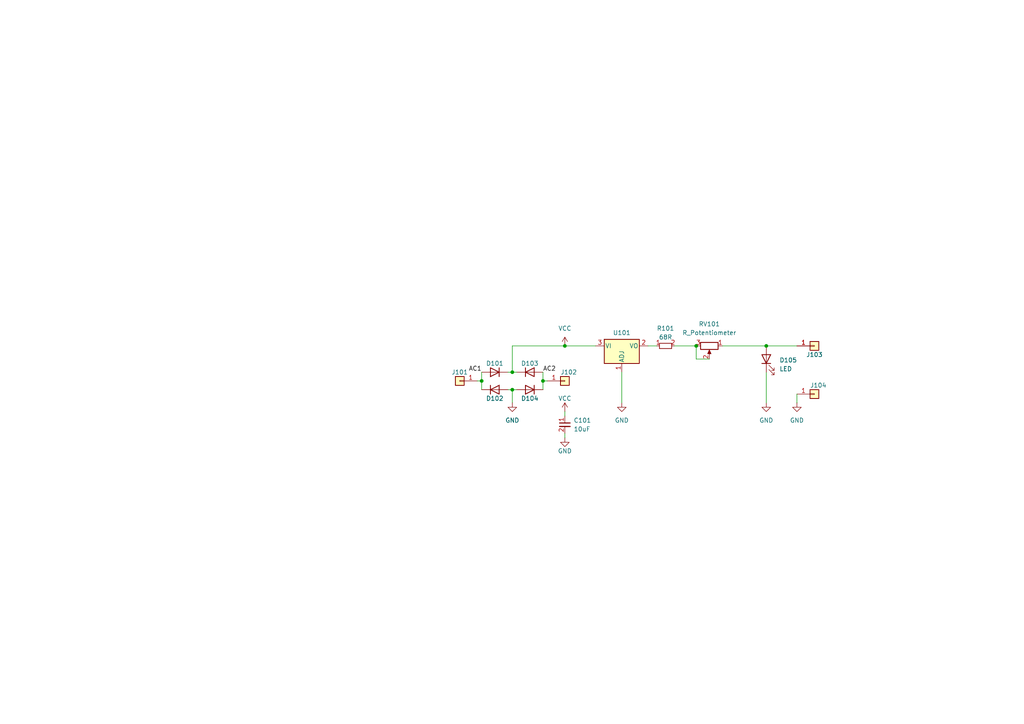
<source format=kicad_sch>
(kicad_sch (version 20231120) (generator "eeschema") (generator_version "8.0")
  (paper "A4")
  (lib_symbols
    (symbol "Connector_Generic:Conn_01x01" (pin_names (offset 1.016) hide)
      (property "Reference" "J" (at 0 2.54 0))
      (property "Value" "Conn_01x01" (at 0 -2.54 0))
      (symbol "Conn_01x01_1_1"
        (rectangle (start -1.27 0.127) (end 0 -0.127) (stroke (width 0.1524)))
        (rectangle (start -1.27 1.27) (end 1.27 -1.27) (stroke (width 0.254)) (fill (type background)))
        (pin passive line (at -5.08 0 0) (length 3.81) (name "Pin_1") (number "1"))
      )
    )
    (symbol "Device:LED" (pin_numbers hide) (pin_names (offset 1.016) hide)
      (property "Reference" "D" (at 0 2.54 0))
      (property "Value" "LED" (at 0 -2.54 0))
      (symbol "LED_0_1"
        (polyline (pts (xy -1.27 -1.27) (xy -1.27 1.27)) (stroke (width 0.254)))
        (polyline (pts (xy -1.27 0) (xy 1.27 0)))
        (polyline (pts (xy 1.27 -1.27) (xy 1.27 1.27) (xy -1.27 0) (xy 1.27 -1.27)) (stroke (width 0.254)))
        (polyline (pts (xy -3.048 -0.762) (xy -4.572 -2.286) (xy -3.81 -2.286) (xy -4.572 -2.286) (xy -4.572 -1.524)))
        (polyline (pts (xy -1.778 -0.762) (xy -3.302 -2.286) (xy -2.54 -2.286) (xy -3.302 -2.286) (xy -3.302 -1.524)))
      )
      (symbol "LED_1_1"
        (pin passive line (at -3.81 0 0) (length 2.54) (name "K") (number "1"))
        (pin passive line (at 3.81 0 180) (length 2.54) (name "A") (number "2"))
      )
    )
    (symbol "Device:R_Potentiometer" (pin_names (offset 1.016) hide)
      (property "Reference" "RV" (at -4.445 0 90))
      (property "Value" "R_Potentiometer" (at -2.54 0 90))
      (symbol "R_Potentiometer_0_1"
        (polyline (pts (xy 2.54 0) (xy 1.524 0)))
        (polyline (pts (xy 1.143 0) (xy 2.286 0.508) (xy 2.286 -0.508) (xy 1.143 0)) (fill (type outline)))
        (rectangle (start 1.016 2.54) (end -1.016 -2.54) (stroke (width 0.254)))
      )
      (symbol "R_Potentiometer_1_1"
        (pin passive line (at 0 3.81 270) (length 1.27) (name "1") (number "1"))
        (pin passive line (at 3.81 0 180) (length 1.27) (name "2") (number "2"))
        (pin passive line (at 0 -3.81 90) (length 1.27) (name "3") (number "3"))
      )
    )
    (symbol "Regulator_Linear:LM317_SOT-223" (pin_names (offset 0.254))
      (property "Reference" "U" (at -3.81 3.175 0))
      (property "Value" "LM317_SOT-223" (at 0 3.175 0))
      (symbol "LM317_SOT-223_0_1"
        (rectangle (start -5.08 1.905) (end 5.08 -5.08) (stroke (width 0.254)) (fill (type background)))
      )
      (symbol "LM317_SOT-223_1_1"
        (pin input line (at 0 -7.62 90) (length 2.54) (name "ADJ") (number "1"))
        (pin power_out line (at 7.62 0 180) (length 2.54) (name "VO") (number "2"))
        (pin power_in line (at -7.62 0 0) (length 2.54) (name "VI") (number "3"))
      )
    )
    (symbol "capacitor_miscellaneous:C_1206_47uF"
      (property "Reference" "C" (at 1.27 2.54 0))
      (property "Value" "47uF" (at 3.81 -2.54 0))
      (symbol "C_1206_47uF_0_1"
        (polyline (pts (xy -1.524 -0.508) (xy 1.524 -0.508)) (stroke (width 0.3302)))
        (polyline (pts (xy -1.524 0.508) (xy 1.524 0.508)) (stroke (width 0.3048)))
      )
      (symbol "C_1206_47uF_1_1"
        (pin passive line (at 0 2.54 270) (length 2.032) (name "~") (number "1"))
        (pin passive line (at 0 -2.54 90) (length 2.032) (name "~") (number "2"))
      )
    )
    (symbol "custom_kicad_lib_sk:1N4148WS" (pin_numbers hide) (pin_names hide)
      (property "Reference" "D" (at 0 2.54 0))
      (property "Value" "1N4148WS" (at 0 -2.54 0))
      (symbol "1N4148WS_0_1"
        (polyline (pts (xy -1.27 1.27) (xy -1.27 -1.27)) (stroke (width 0.254)))
        (polyline (pts (xy 1.27 0) (xy -1.27 0)))
        (polyline (pts (xy 1.27 1.27) (xy 1.27 -1.27) (xy -1.27 0) (xy 1.27 1.27)) (stroke (width 0.254)))
      )
      (symbol "1N4148WS_1_1"
        (pin passive line (at -3.81 0 0) (length 2.54) (name "K") (number "1"))
        (pin passive line (at 3.81 0 180) (length 2.54) (name "A") (number "2"))
      )
    )
    (symbol "power:GND" (power) (pin_numbers hide) (pin_names (offset 0) hide)
      (property "Value" "GND" (at 0 -3.81 0))
      (symbol "GND_0_1"
        (polyline (pts (xy 0 0) (xy 0 -1.27) (xy 1.27 -1.27) (xy 0 -2.54) (xy -1.27 -1.27) (xy 0 -1.27)))
      )
      (symbol "GND_1_1"
        (pin power_in line (at 0 0 270) (length 0) (name "~") (number "1"))
      )
    )
    (symbol "power:VCC" (power) (pin_numbers hide) (pin_names (offset 0) hide)
      (property "Value" "VCC" (at 0 3.556 0))
      (symbol "VCC_0_1"
        (polyline (pts (xy -0.762 1.27) (xy 0 2.54)))
        (polyline (pts (xy 0 0) (xy 0 2.54)))
        (polyline (pts (xy 0 2.54) (xy 0.762 1.27)))
      )
      (symbol "VCC_1_1"
        (pin power_in line (at 0 0 90) (length 0) (name "~") (number "1"))
      )
    )
    (symbol "resistors_0603:R_68R_0603"
      (property "Reference" "R" (at 1.27 2.54 0))
      (property "Value" "68R" (at 2.54 -2.54 0))
      (symbol "R_68R_0603_0_1"
        (rectangle (start -0.762 1.778) (end 0.762 -1.778) (stroke (width 0.2032)))
      )
      (symbol "R_68R_0603_1_1"
        (pin passive line (at 0 2.54 270) (length 0.762) (name "~") (number "1"))
        (pin passive line (at 0 -2.54 90) (length 0.762) (name "~") (number "2"))
      )
    )
  )
  (junction (at 148.59 113.03))
  (junction (at 157.48 110.49))
  (junction (at 163.83 100.33))
  (junction (at 139.7 110.49))
  (junction (at 222.25 100.33))
  (junction (at 148.59 107.95))
  (junction (at 201.93 100.33))
  (wire (pts (xy 205.74 104.14) (xy 201.93 104.14)))
  (wire (pts (xy 201.93 104.14) (xy 201.93 100.33)))
  (wire (pts (xy 222.25 107.95) (xy 222.25 116.84)))
  (wire (pts (xy 148.59 100.33) (xy 163.83 100.33)))
  (wire (pts (xy 231.14 114.3) (xy 231.14 116.84)))
  (wire (pts (xy 147.32 107.95) (xy 148.59 107.95)))
  (wire (pts (xy 209.55 100.33) (xy 222.25 100.33)))
  (wire (pts (xy 148.59 100.33) (xy 148.59 107.95)))
  (wire (pts (xy 222.25 100.33) (xy 231.14 100.33)))
  (wire (pts (xy 147.32 113.03) (xy 148.59 113.03)))
  (wire (pts (xy 187.96 100.33) (xy 190.5 100.33)))
  (wire (pts (xy 195.58 100.33) (xy 201.93 100.33)))
  (wire (pts (xy 138.43 110.49) (xy 139.7 110.49)))
  (wire (pts (xy 163.83 119.38) (xy 163.83 120.65)))
  (wire (pts (xy 157.48 107.95) (xy 157.48 110.49)))
  (wire (pts (xy 148.59 113.03) (xy 149.86 113.03)))
  (wire (pts (xy 148.59 107.95) (xy 149.86 107.95)))
  (wire (pts (xy 139.7 110.49) (xy 139.7 113.03)))
  (wire (pts (xy 148.59 113.03) (xy 148.59 116.84)))
  (wire (pts (xy 157.48 110.49) (xy 157.48 113.03)))
  (wire (pts (xy 139.7 107.95) (xy 139.7 110.49)))
  (wire (pts (xy 180.34 107.95) (xy 180.34 116.84)))
  (wire (pts (xy 163.83 127) (xy 163.83 125.73)))
  (wire (pts (xy 163.83 100.33) (xy 172.72 100.33)))
  (wire (pts (xy 157.48 110.49) (xy 158.75 110.49)))
  (label "AC1" (at 139.7 107.95 180))
  (label "AC2" (at 157.48 107.95 0))
  (symbol (lib_id "Regulator_Linear:LM317_SOT-223") (at 180.34 100.33 0) (unit 1)
    (property "Reference" "U101" (at 180.34 96.52 0))
    (property "Value" "LM317_SOT-223" (effects (hide yes)))
    (property "Footprint" "Package_TO_SOT_SMD:SOT-223-3_TabPin2" (effects (hide yes)))
    (property "Datasheet" "http://www.ti.com/lit/ds/symlink/lm317.pdf" (effects (hide yes)))
    (property "Description" "1.5A 35V Adjustable Linear Regulator, SOT-223" (effects (hide yes)))
    (property "JLCPCB Part#" "C347367" (effects (hide yes)))
  )
  (symbol (lib_id "power:VCC") (at 163.83 119.38 0) (unit 1)
    (property "Reference" "#PWR0106" (effects (hide yes)))
    (property "Value" "VCC" (at 163.83 115.57 0))
    (property "Description" "Power symbol creates a global label with name \"VCC\"" (effects (hide yes)))
  )
  (symbol (lib_id "power:GND") (at 163.83 127 0) (unit 1)
    (property "Reference" "#PWR0107" (effects (hide yes)))
    (property "Value" "GND" (at 163.83 130.81 0))
    (property "Description" "Power symbol creates a global label with name \"GND\" , ground" (effects (hide yes)))
  )
  (symbol (lib_id "Connector_Generic:Conn_01x01") (at 163.83 110.49 0) (unit 1)
    (property "Reference" "J102" (at 162.56 107.95 0) (effects (justify left)))
    (property "Value" "Conn_01x01" (effects (hide yes)))
    (property "Footprint" "Connector_Wire:SolderWirePad_1x01_SMD_1x2mm" (effects (hide yes)))
    (property "Description" "Generic connector, single row, 01x01, script generated (kicad-library-utils/schlib/autogen/connector/)" (effects (hide yes)))
  )
  (symbol (lib_id "Device:LED") (at 222.25 104.14 90) (unit 1)
    (property "Reference" "D105" (at 226.06 104.4574 90) (effects (justify right)))
    (property "Value" "LED" (at 226.06 106.9974 90) (effects (justify right)))
    (property "Footprint" "LED_THT:LED_D3.0mm" (effects (hide yes)))
    (property "Description" "Light emitting diode" (effects (hide yes)))
  )
  (symbol (lib_id "power:GND") (at 180.34 116.84 0) (unit 1)
    (property "Reference" "#PWR0102" (effects (hide yes)))
    (property "Value" "GND" (at 180.34 121.92 0))
    (property "Description" "Power symbol creates a global label with name \"GND\" , ground" (effects (hide yes)))
  )
  (symbol (lib_id "custom_kicad_lib_sk:1N4148WS") (at 143.51 107.95 180) (unit 1)
    (property "Reference" "D101" (at 143.51 105.41 0))
    (property "Value" "1N4148WS" (effects (hide yes)))
    (property "Footprint" "Diode_SMD:D_SOD-323" (effects (hide yes)))
    (property "Datasheet" "https://www.vishay.com/docs/85751/1n4148ws.pdf" (effects (hide yes)))
    (property "Description" "75V 0.15A Fast switching Diode, SOD-323" (effects (hide yes)))
    (property "Sim.Device" "D" (effects (hide yes)))
    (property "Sim.Pins" "1=K 2=A" (effects (hide yes)))
    (property "JLCPCB Part#" "C2128" (effects (hide yes)))
  )
  (symbol (lib_id "Device:R_Potentiometer") (at 205.74 100.33 270) (unit 1)
    (property "Reference" "RV101" (at 205.74 93.98 90))
    (property "Value" "R_Potentiometer" (at 205.74 96.52 90))
    (property "Footprint" "Potentiometer_SMD:Potentiometer_Bourns_TC33X_Vertical" (effects (hide yes)))
    (property "Description" "Potentiometer" (effects (hide yes)))
    (property "JLCPCB Part#" "C128548" (effects (hide yes)))
  )
  (symbol (lib_id "power:GND") (at 231.14 116.84 0) (unit 1)
    (property "Reference" "#PWR0104" (effects (hide yes)))
    (property "Value" "GND" (at 231.14 121.92 0))
    (property "Description" "Power symbol creates a global label with name \"GND\" , ground" (effects (hide yes)))
  )
  (symbol (lib_id "custom_kicad_lib_sk:1N4148WS") (at 153.67 107.95 0) (unit 1)
    (property "Reference" "D103" (at 153.67 105.41 0))
    (property "Value" "1N4148WS" (effects (hide yes)))
    (property "Footprint" "Diode_SMD:D_SOD-323" (effects (hide yes)))
    (property "Datasheet" "https://www.vishay.com/docs/85751/1n4148ws.pdf" (effects (hide yes)))
    (property "Description" "75V 0.15A Fast switching Diode, SOD-323" (effects (hide yes)))
    (property "Sim.Device" "D" (effects (hide yes)))
    (property "Sim.Pins" "1=K 2=A" (effects (hide yes)))
    (property "JLCPCB Part#" "C2128" (effects (hide yes)))
  )
  (symbol (lib_id "Connector_Generic:Conn_01x01") (at 133.35 110.49 180) (unit 1)
    (property "Reference" "J101" (at 133.35 107.95 0))
    (property "Value" "Conn_01x01" (effects (hide yes)))
    (property "Footprint" "Connector_Wire:SolderWirePad_1x01_SMD_1x2mm" (effects (hide yes)))
    (property "Description" "Generic connector, single row, 01x01, script generated (kicad-library-utils/schlib/autogen/connector/)" (effects (hide yes)))
  )
  (symbol (lib_id "Connector_Generic:Conn_01x01") (at 236.22 100.33 0) (unit 1)
    (property "Reference" "J103" (at 236.22 102.87 0))
    (property "Value" "Conn_01x01" (effects (hide yes)))
    (property "Footprint" "Connector_Wire:SolderWirePad_1x01_SMD_1x2mm" (effects (hide yes)))
    (property "Description" "Generic connector, single row, 01x01, script generated (kicad-library-utils/schlib/autogen/connector/)" (effects (hide yes)))
  )
  (symbol (lib_id "custom_kicad_lib_sk:1N4148WS") (at 153.67 113.03 180) (unit 1)
    (property "Reference" "D104" (at 153.67 115.57 0))
    (property "Value" "1N4148WS" (effects (hide yes)))
    (property "Footprint" "Diode_SMD:D_SOD-323" (effects (hide yes)))
    (property "Datasheet" "https://www.vishay.com/docs/85751/1n4148ws.pdf" (effects (hide yes)))
    (property "Description" "75V 0.15A Fast switching Diode, SOD-323" (effects (hide yes)))
    (property "Sim.Device" "D" (effects (hide yes)))
    (property "Sim.Pins" "1=K 2=A" (effects (hide yes)))
    (property "JLCPCB Part#" "C2128" (effects (hide yes)))
  )
  (symbol (lib_id "custom_kicad_lib_sk:1N4148WS") (at 143.51 113.03 0) (unit 1)
    (property "Reference" "D102" (at 143.51 115.57 0))
    (property "Value" "1N4148WS" (effects (hide yes)))
    (property "Footprint" "Diode_SMD:D_SOD-323" (effects (hide yes)))
    (property "Datasheet" "https://www.vishay.com/docs/85751/1n4148ws.pdf" (effects (hide yes)))
    (property "Description" "75V 0.15A Fast switching Diode, SOD-323" (effects (hide yes)))
    (property "Sim.Device" "D" (effects (hide yes)))
    (property "Sim.Pins" "1=K 2=A" (effects (hide yes)))
    (property "JLCPCB Part#" "C2128" (effects (hide yes)))
  )
  (symbol (lib_id "resistors_0603:R_68R_0603") (at 193.04 100.33 90) (unit 1)
    (property "Reference" "R101" (at 193.04 95.25 90))
    (property "Value" "68R" (at 193.04 97.79 90))
    (property "Footprint" "custom_kicad_lib_sk:R_0603_smalltext" (effects (hide yes)))
    (property "JLCPCB Part#" "C27592" (effects (hide yes)))
  )
  (symbol (lib_id "power:VCC") (at 163.83 100.33 0) (unit 1)
    (property "Reference" "#PWR0105" (effects (hide yes)))
    (property "Value" "VCC" (at 163.83 95.25 0))
    (property "Description" "Power symbol creates a global label with name \"VCC\"" (effects (hide yes)))
  )
  (symbol (lib_id "power:GND") (at 148.59 116.84 0) (unit 1)
    (property "Reference" "#PWR0101" (effects (hide yes)))
    (property "Value" "GND" (at 148.59 121.92 0))
    (property "Description" "Power symbol creates a global label with name \"GND\" , ground" (effects (hide yes)))
  )
  (symbol (lib_id "power:GND") (at 222.25 116.84 0) (unit 1)
    (property "Reference" "#PWR0103" (effects (hide yes)))
    (property "Value" "GND" (at 222.25 121.92 0))
    (property "Description" "Power symbol creates a global label with name \"GND\" , ground" (effects (hide yes)))
  )
  (symbol (lib_id "Connector_Generic:Conn_01x01") (at 236.22 114.3 0) (unit 1)
    (property "Reference" "J104" (at 234.95 111.76 0) (effects (justify left)))
    (property "Value" "Conn_01x01" (effects (hide yes)))
    (property "Footprint" "Connector_Wire:SolderWirePad_1x01_SMD_1x2mm" (effects (hide yes)))
    (property "Description" "Generic connector, single row, 01x01, script generated (kicad-library-utils/schlib/autogen/connector/)" (effects (hide yes)))
  )
  (symbol (lib_id "capacitor_miscellaneous:C_1206_47uF") (at 163.83 123.19 0) (unit 1)
    (property "Reference" "C101" (at 166.37 121.9262 0) (effects (justify left)))
    (property "Value" "10uF" (at 166.37 124.4662 0) (effects (justify left)))
    (property "Footprint" "Capacitor_SMD:C_1206_3216Metric" (effects (hide yes)))
    (property "JLCPCB Part#" "C89632" (effects (hide yes)))
  )
)
</source>
